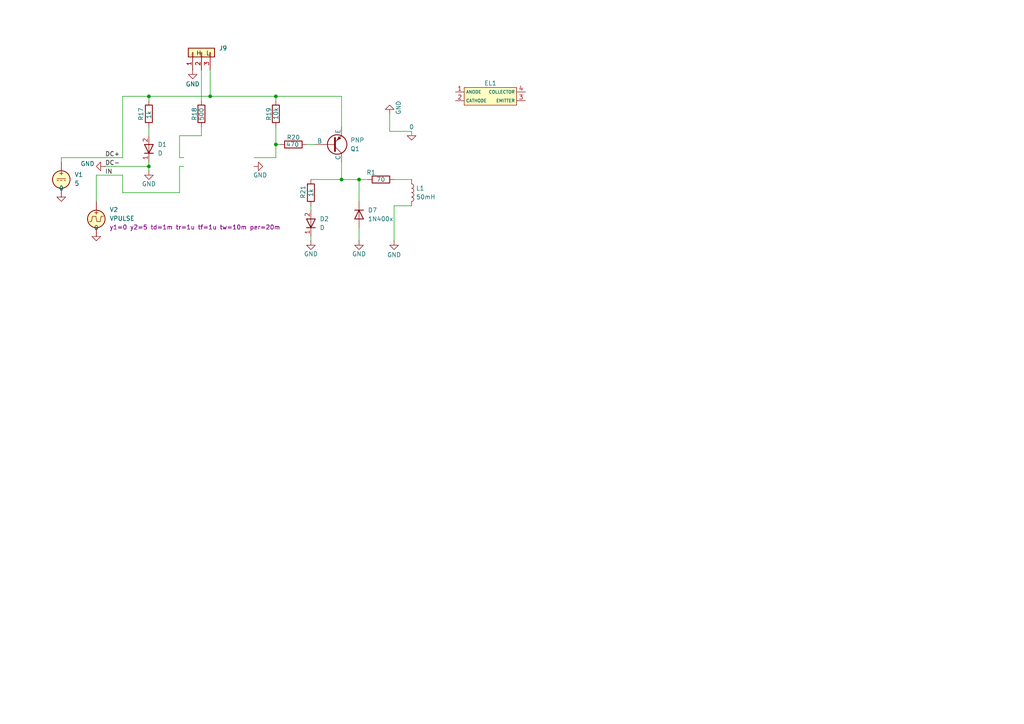
<source format=kicad_sch>
(kicad_sch (version 20250114) (generator "eeschema") (generator_version "9.0")
  (paper "A4")
  (lib_symbols
    (symbol "12V_Relay:EL354(TA)"
      (property "Reference" "EL354" (at 0.254 -0.254 0))
      (symbol "EL354(TA)_1_1"
        (rectangle (start -7.62 2.54) (end 7.62 -2.54) (fill (type color) (color 255 255 194 1)))
        (pin passive line (at -10.16 1.27 0) (length 2.54) (name "ANODE") (number "1"))
        (pin passive line (at -10.16 -1.27 0) (length 2.54) (name "CATHODE") (number "2"))
        (pin passive line (at 10.16 1.27 180) (length 2.54) (name "COLLECTOR") (number "4"))
        (pin passive line (at 10.16 -1.27 180) (length 2.54) (name "EMITTER") (number "3"))
      )
    )
    (symbol "Connector_Generic:Conn_01x03" (pin_names (offset 1.016) (hide yes))
      (property "Reference" "J" (at 0 5.08 0))
      (property "Value" "Conn_01x03" (at 0 -5.08 0))
      (symbol "Conn_01x03_1_1"
        (rectangle (start -1.27 3.81) (end 1.27 -3.81) (stroke (width 0.254)) (fill (type background)))
        (rectangle (start -1.27 2.667) (end 0 2.413) (stroke (width 0.1524)))
        (rectangle (start -1.27 0.127) (end 0 -0.127) (stroke (width 0.1524)))
        (rectangle (start -1.27 -2.413) (end 0 -2.667) (stroke (width 0.1524)))
        (pin passive line (at -5.08 2.54 0) (length 3.81) (name "Pin_1") (number "1"))
        (pin passive line (at -5.08 0 0) (length 3.81) (name "Pin_2") (number "2"))
        (pin passive line (at -5.08 -2.54 0) (length 3.81) (name "Pin_3") (number "3"))
      )
    )
    (symbol "Device:D" (pin_numbers (hide yes)) (pin_names (offset 1.016) (hide yes))
      (property "Reference" "D" (at 0 2.54 0))
      (property "Value" "D" (at 0 -2.54 0))
      (symbol "D_0_1"
        (polyline (pts (xy -1.27 1.27) (xy -1.27 -1.27)) (stroke (width 0.254)))
        (polyline (pts (xy 1.27 1.27) (xy 1.27 -1.27) (xy -1.27 0) (xy 1.27 1.27)) (stroke (width 0.254)))
        (polyline (pts (xy 1.27 0) (xy -1.27 0)))
      )
      (symbol "D_1_1"
        (pin passive line (at -3.81 0 0) (length 2.54) (name "K") (number "1"))
        (pin passive line (at 3.81 0 180) (length 2.54) (name "A") (number "2"))
      )
    )
    (symbol "Device:L" (pin_numbers (hide yes)) (pin_names (offset 1.016) (hide yes))
      (property "Reference" "L" (at -1.27 0 90))
      (property "Value" "L" (at 1.905 0 90))
      (symbol "L_0_1"
        (arc (start 0 2.54) (mid 0.6323 1.905) (end 0 1.27))
        (arc (start 0 1.27) (mid 0.6323 0.635) (end 0 0))
        (arc (start 0 0) (mid 0.6323 -0.635) (end 0 -1.27))
        (arc (start 0 -1.27) (mid 0.6323 -1.905) (end 0 -2.54))
      )
      (symbol "L_1_1"
        (pin passive line (at 0 3.81 270) (length 1.27) (name "1") (number "1"))
        (pin passive line (at 0 -3.81 90) (length 1.27) (name "2") (number "2"))
      )
    )
    (symbol "Device:R" (pin_numbers (hide yes)) (pin_names (offset 0))
      (property "Reference" "R" (at 2.032 0 90))
      (property "Value" "R" (at 0 0 90))
      (symbol "R_0_1"
        (rectangle (start -1.016 -2.54) (end 1.016 2.54) (stroke (width 0.254)))
      )
      (symbol "R_1_1"
        (pin passive line (at 0 3.81 270) (length 1.27) (name "~") (number "1"))
        (pin passive line (at 0 -3.81 90) (length 1.27) (name "~") (number "2"))
      )
    )
    (symbol "Simulation_SPICE:0" (power) (pin_numbers (hide yes)) (pin_names (offset 0) (hide yes))
      (property "Value" "0" (at 0 -2.54 0))
      (symbol "0_0_1"
        (polyline (pts (xy -1.27 0) (xy 0 -1.27) (xy 1.27 0) (xy -1.27 0)))
      )
      (symbol "0_1_1"
        (pin power_in line (at 0 0 0) (length 0) (name "~") (number "1"))
      )
    )
    (symbol "Simulation_SPICE:D" (pin_names (offset 1.016) (hide yes))
      (property "Reference" "D" (at 0 2.54 0))
      (property "Value" "D" (at 0 -2.54 0))
      (symbol "D_0_1"
        (polyline (pts (xy -1.27 1.27) (xy -1.27 -1.27)) (stroke (width 0.254)))
        (polyline (pts (xy 1.27 1.27) (xy 1.27 -1.27) (xy -1.27 0) (xy 1.27 1.27)) (stroke (width 0.254)))
        (polyline (pts (xy 1.27 0) (xy -1.27 0)))
      )
      (symbol "D_1_1"
        (pin passive line (at -3.81 0 0) (length 2.54) (name "K") (number "1"))
        (pin passive line (at 3.81 0 180) (length 2.54) (name "A") (number "2"))
      )
    )
    (symbol "Simulation_SPICE:PNP" (pin_numbers (hide yes)) (pin_names (offset 0))
      (property "Reference" "Q" (at -2.54 7.62 0))
      (property "Value" "PNP" (at -2.54 5.08 0))
      (symbol "PNP_0_1"
        (polyline (pts (xy -2.54 0) (xy 0.635 0)) (stroke (width 0.1524)))
        (polyline (pts (xy 0.635 1.905) (xy 0.635 -1.905) (xy 0.635 -1.905)) (stroke (width 0.508)))
        (polyline (pts (xy 0.635 0.635) (xy 2.54 2.54)))
        (polyline (pts (xy 0.635 -0.635) (xy 2.54 -2.54) (xy 2.54 -2.54)))
        (circle (center 1.27 0) (radius 2.8194) (stroke (width 0.254)))
        (polyline (pts (xy 2.286 -1.778) (xy 1.778 -2.286) (xy 1.27 -1.27) (xy 2.286 -1.778) (xy 2.286 -1.778)) (fill (type outline)))
      )
      (symbol "PNP_1_1"
        (pin input line (at -5.08 0 0) (length 2.54) (name "B") (number "2"))
        (pin open_collector line (at 2.54 5.08 270) (length 2.54) (name "C") (number "1"))
        (pin open_emitter line (at 2.54 -5.08 90) (length 2.54) (name "E") (number "3"))
      )
    )
    (symbol "Simulation_SPICE:VDC" (pin_numbers (hide yes)) (pin_names (offset 0.0254))
      (property "Reference" "V" (at 2.54 2.54 0))
      (property "Value" "1" (at 2.54 0 0))
      (symbol "VDC_0_0"
        (polyline (pts (xy -1.27 0.254) (xy 1.27 0.254)))
        (polyline (pts (xy -0.762 -0.254) (xy -1.27 -0.254)))
        (polyline (pts (xy 0.254 -0.254) (xy -0.254 -0.254)))
        (polyline (pts (xy 1.27 -0.254) (xy 0.762 -0.254)))
        (text "+" (at 0 1.905 0) (effects (font (size 1.27 1.27))))
      )
      (symbol "VDC_0_1"
        (circle (center 0 0) (radius 2.54) (stroke (width 0.254)) (fill (type background)))
      )
      (symbol "VDC_1_1"
        (pin passive line (at 0 5.08 270) (length 2.54) (name "~") (number "1"))
        (pin passive line (at 0 -5.08 90) (length 2.54) (name "~") (number "2"))
      )
    )
    (symbol "Simulation_SPICE:VPULSE" (pin_numbers (hide yes)) (pin_names (offset 0.0254))
      (property "Reference" "V" (at 2.54 2.54 0))
      (property "Value" "VPULSE" (at 2.54 0 0))
      (property "Sim.Params" "y1=0 y2=1 td=2n tr=2n tf=2n tw=50n per=100n" (at 2.54 -2.54 0))
      (symbol "VPULSE_0_0"
        (polyline (pts (xy -2.032 -0.762) (xy -1.397 -0.762) (xy -1.143 0.762) (xy -0.127 0.762) (xy 0.127 -0.762) (xy 1.143 -0.762) (xy 1.397 0.762) (xy 2.032 0.762)))
        (text "+" (at 0 1.905 0) (effects (font (size 1.27 1.27))))
      )
      (symbol "VPULSE_0_1"
        (circle (center 0 0) (radius 2.54) (stroke (width 0.254)) (fill (type background)))
      )
      (symbol "VPULSE_1_1"
        (pin passive line (at 0 5.08 270) (length 2.54) (name "~") (number "1"))
        (pin passive line (at 0 -5.08 90) (length 2.54) (name "~") (number "2"))
      )
    )
    (symbol "power:GND" (power) (pin_numbers (hide yes)) (pin_names (offset 0) (hide yes))
      (property "Value" "GND" (at 0 -3.81 0))
      (symbol "GND_0_1"
        (polyline (pts (xy 0 0) (xy 0 -1.27) (xy 1.27 -1.27) (xy 0 -2.54) (xy -1.27 -1.27) (xy 0 -1.27)))
      )
      (symbol "GND_1_1"
        (pin power_in line (at 0 0 270) (length 0) (name "~") (number "1"))
      )
    )
  )
  (junction (at 104.14 52.07))
  (junction (at 80.01 27.94))
  (junction (at 99.06 52.07))
  (junction (at 60.96 27.94))
  (junction (at 43.18 27.94))
  (junction (at 80.01 41.91))
  (junction (at 43.18 48.26))
  (wire (pts (xy 114.3 52.07) (xy 119.38 52.07)))
  (wire (pts (xy 17.78 46.99) (xy 17.78 45.72)))
  (wire (pts (xy 73.66 45.72) (xy 80.01 45.72)))
  (wire (pts (xy 58.42 39.37) (xy 52.07 39.37)))
  (wire (pts (xy 99.06 46.99) (xy 99.06 52.07)))
  (wire (pts (xy 35.56 50.8) (xy 35.56 55.88)))
  (wire (pts (xy 43.18 46.99) (xy 43.18 48.26)))
  (wire (pts (xy 90.17 68.58) (xy 90.17 69.85)))
  (wire (pts (xy 58.42 20.32) (xy 58.42 29.21)))
  (wire (pts (xy 43.18 36.83) (xy 43.18 39.37)))
  (wire (pts (xy 114.3 59.69) (xy 119.38 59.69)))
  (wire (pts (xy 27.94 50.8) (xy 35.56 50.8)))
  (wire (pts (xy 90.17 52.07) (xy 99.06 52.07)))
  (wire (pts (xy 104.14 52.07) (xy 106.68 52.07)))
  (wire (pts (xy 80.01 36.83) (xy 80.01 41.91)))
  (wire (pts (xy 17.78 45.72) (xy 35.56 45.72)))
  (wire (pts (xy 27.94 58.42) (xy 27.94 50.8)))
  (wire (pts (xy 80.01 27.94) (xy 60.96 27.94)))
  (wire (pts (xy 43.18 27.94) (xy 60.96 27.94)))
  (wire (pts (xy 80.01 27.94) (xy 99.06 27.94)))
  (wire (pts (xy 99.06 27.94) (xy 99.06 36.83)))
  (wire (pts (xy 30.48 48.26) (xy 43.18 48.26)))
  (wire (pts (xy 35.56 45.72) (xy 35.56 27.94)))
  (wire (pts (xy 58.42 36.83) (xy 58.42 39.37)))
  (wire (pts (xy 43.18 48.26) (xy 43.18 49.53)))
  (wire (pts (xy 90.17 59.69) (xy 90.17 60.96)))
  (wire (pts (xy 52.07 48.26) (xy 53.34 48.26)))
  (wire (pts (xy 35.56 27.94) (xy 43.18 27.94)))
  (wire (pts (xy 80.01 29.21) (xy 80.01 27.94)))
  (wire (pts (xy 80.01 41.91) (xy 80.01 45.72)))
  (wire (pts (xy 119.38 38.1) (xy 113.03 38.1)))
  (wire (pts (xy 88.9 41.91) (xy 91.44 41.91)))
  (wire (pts (xy 35.56 55.88) (xy 52.07 55.88)))
  (wire (pts (xy 52.07 45.72) (xy 53.34 45.72)))
  (wire (pts (xy 52.07 39.37) (xy 52.07 45.72)))
  (wire (pts (xy 104.14 66.04) (xy 104.14 69.85)))
  (wire (pts (xy 80.01 41.91) (xy 81.28 41.91)))
  (wire (pts (xy 114.3 59.69) (xy 114.3 69.85)))
  (wire (pts (xy 119.38 39.37) (xy 119.38 38.1)))
  (wire (pts (xy 60.96 20.32) (xy 60.96 27.94)))
  (wire (pts (xy 104.14 52.07) (xy 104.14 58.42)))
  (wire (pts (xy 113.03 33.02) (xy 113.03 38.1)))
  (wire (pts (xy 52.07 55.88) (xy 52.07 48.26)))
  (wire (pts (xy 43.18 29.21) (xy 43.18 27.94)))
  (wire (pts (xy 99.06 52.07) (xy 104.14 52.07)))
  (label "DC+" (at 30.48 45.72 0))
  (label "H" (at 58.42 16.51 180))
  (label "L" (at 60.96 16.51 180))
  (label "IN" (at 30.48 50.8 0))
  (label "DC-" (at 30.48 48.26 0))
  (symbol (lib_id "Simulation_SPICE:0") (at 119.38 39.37 0) (unit 1)
    (property "Reference" "#GND01" (effects (hide yes)))
    (property "Value" "0" (at 119.38 36.83 0))
    (property "Datasheet" "https://ngspice.sourceforge.io/docs/ngspice-html-manual/manual.xhtml#subsec_Circuit_elements__device" (effects (hide yes)))
    (property "Description" "0V reference potential for simulation" (effects (hide yes)))
  )
  (symbol (lib_id "power:GND") (at 73.66 48.26 90) (unit 1)
    (property "Reference" "#PWR028" (effects (hide yes)))
    (property "Value" "GND" (at 73.406 50.8 90) (effects (justify right)))
    (property "Description" "Power symbol creates a global label with name \"GND\" , ground" (effects (hide yes)))
  )
  (symbol (lib_id "Simulation_SPICE:VPULSE") (at 27.94 63.5 0) (unit 1)
    (property "Reference" "V2" (at 31.75 60.8301 0) (effects (justify left)))
    (property "Value" "VPULSE" (at 31.75 63.3701 0) (effects (justify left)))
    (property "Datasheet" "https://ngspice.sourceforge.io/docs/ngspice-html-manual/manual.xhtml#sec_Independent_Sources_for" (effects (hide yes)))
    (property "Description" "Voltage source, pulse" (effects (hide yes)))
    (property "Sim.Pins" "1=+ 2=-" (effects (hide yes)))
    (property "Sim.Type" "PULSE" (effects (hide yes)))
    (property "Sim.Device" "V" (effects (hide yes)))
    (property "Sim.Params" "y1=0 y2=5 td=1m tr=1u tf=1u tw=10m per=20m" (at 31.75 65.9101 0) (effects (justify left)))
  )
  (symbol (lib_id "Device:L") (at 119.38 55.88 0) (unit 1)
    (property "Reference" "L1" (at 120.65 54.6099 0) (effects (justify left)))
    (property "Value" "50mH" (at 120.65 57.1499 0) (effects (justify left)))
    (property "Description" "Inductor" (effects (hide yes)))
  )
  (symbol (lib_id "Simulation_SPICE:VDC") (at 17.78 52.07 0) (unit 1)
    (property "Reference" "V1" (at 21.59 50.6701 0) (effects (justify left)))
    (property "Value" "5" (at 21.59 53.2101 0) (effects (justify left)))
    (property "Datasheet" "https://ngspice.sourceforge.io/docs/ngspice-html-manual/manual.xhtml#sec_Independent_Sources_for" (effects (hide yes)))
    (property "Description" "Voltage source, DC" (effects (hide yes)))
    (property "Sim.Pins" "1=+ 2=-" (effects (hide yes)))
    (property "Sim.Type" "DC" (effects (hide yes)))
    (property "Sim.Device" "V" (effects (hide yes)))
  )
  (symbol (lib_id "power:GND") (at 114.3 69.85 0) (unit 1)
    (property "Reference" "#PWR031" (effects (hide yes)))
    (property "Value" "GND" (at 114.3 73.914 0))
    (property "Description" "Power symbol creates a global label with name \"GND\" , ground" (effects (hide yes)))
  )
  (symbol (lib_id "power:GND") (at 43.18 49.53 0) (unit 1)
    (property "Reference" "#PWR026" (effects (hide yes)))
    (property "Value" "GND" (at 43.18 53.34 0))
    (property "Description" "Power symbol creates a global label with name \"GND\" , ground" (effects (hide yes)))
  )
  (symbol (lib_id "Device:R") (at 90.17 55.88 0) (unit 1)
    (property "Reference" "R21" (at 87.884 57.658 90) (effects (justify left)))
    (property "Value" "1k" (at 90.17 57.15 90) (effects (justify left)))
    (property "Footprint" "Resistor_SMD:R_0201_0603Metric" (effects (hide yes)))
    (property "Description" "Resistor" (effects (hide yes)))
  )
  (symbol (lib_id "power:GND") (at 30.48 48.26 270) (unit 1)
    (property "Reference" "#PWR02" (effects (hide yes)))
    (property "Value" "GND" (at 27.432 47.498 90) (effects (justify right)))
    (property "Description" "Power symbol creates a global label with name \"GND\" , ground" (effects (hide yes)))
  )
  (symbol (lib_id "power:GND") (at 90.17 69.85 0) (unit 1)
    (property "Reference" "#PWR029" (effects (hide yes)))
    (property "Value" "GND" (at 90.17 73.66 0))
    (property "Description" "Power symbol creates a global label with name \"GND\" , ground" (effects (hide yes)))
  )
  (symbol (lib_id "Device:R") (at 85.09 41.91 90) (unit 1)
    (property "Reference" "R20" (at 85.09 39.878 90))
    (property "Value" "470" (at 84.836 41.91 90))
    (property "Footprint" "Resistor_SMD:R_0201_0603Metric" (effects (hide yes)))
    (property "Description" "Resistor" (effects (hide yes)))
  )
  (symbol (lib_id "Device:R") (at 58.42 33.02 0) (unit 1)
    (property "Reference" "R18" (at 56.388 35.052 90) (effects (justify left)))
    (property "Value" "500" (at 58.42 35.052 90) (effects (justify left)))
    (property "Footprint" "Resistor_SMD:R_0201_0603Metric" (effects (hide yes)))
    (property "Description" "Resistor" (effects (hide yes)))
  )
  (symbol (lib_id "12V_Relay:EL354(TA)") (at 142.24 27.94 0) (unit 1)
    (property "Reference" "EL1" (at 142.24 24.13 0))
    (property "Footprint" "MyCustomFootprints:OPTO_EL357N-G" (effects (hide yes)))
  )
  (symbol (lib_id "Device:R") (at 80.01 33.02 0) (unit 1)
    (property "Reference" "R19" (at 77.978 35.052 90) (effects (justify left)))
    (property "Value" "10k" (at 80.01 34.798 90) (effects (justify left)))
    (property "Footprint" "Resistor_SMD:R_0201_0603Metric" (effects (hide yes)))
    (property "Description" "Resistor" (effects (hide yes)))
  )
  (symbol (lib_id "Device:R") (at 43.18 33.02 0) (unit 1)
    (property "Reference" "R17" (at 40.894 35.052 90) (effects (justify left)))
    (property "Value" "1k" (at 43.18 34.544 90) (effects (justify left)))
    (property "Footprint" "Resistor_SMD:R_0201_0603Metric" (effects (hide yes)))
    (property "Description" "Resistor" (effects (hide yes)))
  )
  (symbol (lib_id "Simulation_SPICE:D") (at 43.18 43.18 90) (unit 1)
    (property "Reference" "D1" (at 45.72 41.9099 90) (effects (justify right)))
    (property "Value" "D" (at 45.72 44.4499 90) (effects (justify right)))
    (property "Datasheet" "https://ngspice.sourceforge.io/docs/ngspice-html-manual/manual.xhtml#cha_DIODEs" (effects (hide yes)))
    (property "Description" "Diode for simulation or PCB" (effects (hide yes)))
    (property "Sim.Device" "D" (effects (hide yes)))
    (property "Sim.Pins" "1=K 2=A" (effects (hide yes)))
    (property "Sim.Params" "rs=50m cjo=10p" (effects (hide yes)))
  )
  (symbol (lib_id "Simulation_SPICE:0") (at 27.94 68.58 0) (unit 1)
    (property "Reference" "#GND02" (effects (hide yes)))
    (property "Value" "0" (at 27.94 66.04 0))
    (property "Datasheet" "https://ngspice.sourceforge.io/docs/ngspice-html-manual/manual.xhtml#subsec_Circuit_elements__device" (effects (hide yes)))
    (property "Description" "0V reference potential for simulation" (effects (hide yes)))
  )
  (symbol (lib_id "Simulation_SPICE:D") (at 90.17 64.77 90) (unit 1)
    (property "Reference" "D2" (at 92.71 63.4999 90) (effects (justify right)))
    (property "Value" "D" (at 92.71 66.0399 90) (effects (justify right)))
    (property "Datasheet" "https://ngspice.sourceforge.io/docs/ngspice-html-manual/manual.xhtml#cha_DIODEs" (effects (hide yes)))
    (property "Description" "Diode for simulation or PCB" (effects (hide yes)))
    (property "Sim.Device" "D" (effects (hide yes)))
    (property "Sim.Pins" "1=K 2=A" (effects (hide yes)))
    (property "Sim.Params" "rs=50m cjo=10p" (effects (hide yes)))
  )
  (symbol (lib_id "power:GND") (at 104.14 69.85 0) (unit 1)
    (property "Reference" "#PWR030" (effects (hide yes)))
    (property "Value" "GND" (at 104.14 73.66 0))
    (property "Description" "Power symbol creates a global label with name \"GND\" , ground" (effects (hide yes)))
  )
  (symbol (lib_id "power:GND") (at 113.03 33.02 180) (unit 1)
    (property "Reference" "#PWR04" (effects (hide yes)))
    (property "Value" "GND" (at 115.57 33.274 90) (effects (justify right)))
    (property "Description" "Power symbol creates a global label with name \"GND\" , ground" (effects (hide yes)))
  )
  (symbol (lib_id "Simulation_SPICE:0") (at 17.78 57.15 0) (unit 1)
    (property "Reference" "#GND03" (effects (hide yes)))
    (property "Value" "0" (at 17.78 54.61 0))
    (property "Datasheet" "https://ngspice.sourceforge.io/docs/ngspice-html-manual/manual.xhtml#subsec_Circuit_elements__device" (effects (hide yes)))
    (property "Description" "0V reference potential for simulation" (effects (hide yes)))
  )
  (symbol (lib_id "Device:R") (at 110.49 52.07 90) (unit 1)
    (property "Reference" "R1" (at 108.966 50.038 90) (effects (justify left)))
    (property "Value" "70" (at 111.76 52.07 90) (effects (justify left)))
    (property "Footprint" "Resistor_SMD:R_0201_0603Metric" (effects (hide yes)))
    (property "Description" "Resistor" (effects (hide yes)))
  )
  (symbol (lib_id "Connector_Generic:Conn_01x03") (at 58.42 15.24 90) (unit 1)
    (property "Reference" "J9" (at 63.5 13.9699 90) (effects (justify right)))
    (property "Value" "Conn_01x03" (effects (hide yes)))
    (property "Footprint" "Connector_PinHeader_2.54mm:PinHeader_1x03_P2.54mm_Vertical" (effects (hide yes)))
    (property "Description" "Generic connector, single row, 01x03, script generated (kicad-library-utils/schlib/autogen/connector/)" (effects (hide yes)))
  )
  (symbol (lib_id "power:GND") (at 55.88 20.32 0) (unit 1)
    (property "Reference" "#PWR027" (effects (hide yes)))
    (property "Value" "GND" (at 55.88 24.384 0))
    (property "Description" "Power symbol creates a global label with name \"GND\" , ground" (effects (hide yes)))
  )
  (symbol (lib_id "Device:D") (at 104.14 62.23 270) (unit 1)
    (property "Reference" "D7" (at 106.68 60.9599 90) (effects (justify left)))
    (property "Value" "1N400x" (at 106.68 63.4999 90) (effects (justify left)))
    (property "Footprint" "Diode_THT:D_A-405_P7.62mm_Horizontal" (effects (hide yes)))
    (property "Description" "Diode" (effects (hide yes)))
    (property "Sim.Device" "D" (effects (hide yes)))
    (property "Sim.Pins" "1=K 2=A" (effects (hide yes)))
  )
  (symbol (lib_id "Simulation_SPICE:PNP") (at 96.52 41.91 0) (mirror x) (unit 1)
    (property "Reference" "Q1" (at 101.6 43.1801 0) (effects (justify left)))
    (property "Value" "PNP" (at 101.6 40.6401 0) (effects (justify left)))
    (property "Datasheet" "https://ngspice.sourceforge.io/docs/ngspice-html-manual/manual.xhtml#cha_BJTs" (effects (hide yes)))
    (property "Description" "Bipolar transistor symbol for simulation only, substrate tied to the emitter" (effects (hide yes)))
    (property "Sim.Device" "PNP" (effects (hide yes)))
    (property "Sim.Type" "GUMMELPOON" (effects (hide yes)))
    (property "Sim.Pins" "1=C 2=B 3=E" (effects (hide yes)))
  )
)
</source>
